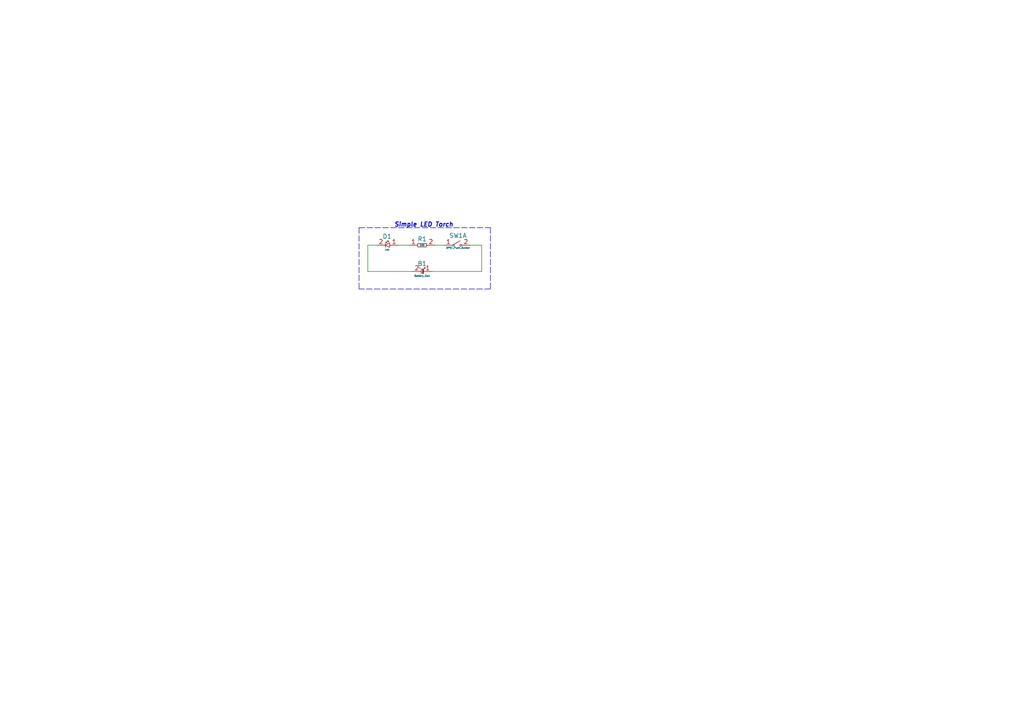
<source format=kicad_sch>
(kicad_sch (version 20211123) (generator eeschema)
  (paper "A4")
  (title_block (title "Simple LED Torch") (date "2022-01-27") (rev "V01") (company "SELF") (comment 1 "Author: Sunder"))
  (lib_symbols
    (symbol "simple_led_torch:Battery_Cell"
      (property "Reference" "B" (at -2.667 2.413 0))
      (property "Value" "Battery_Cell" (at 1.27 -1.778 0))
      (symbol "Battery_Cell_0_1"
        (rectangle (start -0.381 0.762) (end -0.127 -0.635) (fill (type outline)))
        (polyline (pts (xy -1.016 1.016) (xy -0.508 1.016)))
        (polyline (pts (xy -0.762 1.27) (xy -0.762 0.762)))
        (polyline (pts (xy 0.254 0.762) (xy 0.254 -0.635)))
        (polyline (pts (xy 0.508 1.016) (xy 1.016 1.016)))
      )
      (symbol "Battery_Cell_1_1"
        (pin passive line (at -2.921 0 0) (length 2.54) (name "") (number "1"))
        (pin passive line (at 2.794 0 180) (length 2.54) (name "") (number "2"))
      )
    )
    (symbol "simple_led_torch:DPST_Push_Button"
      (property "Reference" "SW" (at -5.969 2.286 0))
      (property "Value" "DPST_Push_Button" (at 4.953 -1.778 0))
      (symbol "DPST_Push_Button_0_1"
        (circle (center -1.016 0) (radius 0.254))
        (polyline (pts (xy -1.016 0.254) (xy 0.889 1.27)))
        (circle (center 1.016 0) (radius 0.254))
      )
      (symbol "DPST_Push_Button_1_1"
        (pin passive line (at -3.81 0 0) (length 2.54) (name "") (number "1"))
        (pin passive line (at 3.81 0 180) (length 2.54) (name "") (number "2"))
      )
      (symbol "DPST_Push_Button_2_1"
        (pin passive line (at -3.81 0 0) (length 2.54) (name "") (number "3"))
        (pin passive line (at 3.81 0 180) (length 2.54) (name "") (number "4"))
      )
    )
    (symbol "simple_led_torch:Led"
      (property "Reference" "D" (at -3.683 2.032 0))
      (property "Value" "Led" (at 1.524 -2.032 0))
      (symbol "Led_0_1"
        (polyline (pts (xy -1.27 0.635) (xy 0 0)))
        (polyline (pts (xy -0.889 1.0414) (xy -1.016 0.9144)))
        (polyline (pts (xy -0.4572 0.7112) (xy -0.5842 0.5842)))
        (polyline (pts (xy 0 0.635) (xy 0 -0.635)))
        (polyline (pts (xy -1.27 0.635) (xy -1.27 -0.635) (xy 0 0)))
        (polyline (pts (xy -0.889 1.0414) (xy -0.635 1.2954) (xy -0.889 1.2954) (xy -0.635 1.2954) (xy -0.635 1.0414)))
        (polyline (pts (xy -0.4572 0.7112) (xy -0.2032 0.9652) (xy -0.4572 0.9652) (xy -0.2032 0.9652) (xy -0.2032 0.7112)))
      )
      (symbol "Led_1_1"
        (pin passive line (at -3.81 0 0) (length 2.54) (name "") (number "1"))
        (pin passive line (at 2.54 0 180) (length 2.54) (name "") (number "2"))
      )
    )
    (symbol "simple_led_torch:Resistor"
      (property "Reference" "R" (at -0.889 1.524 0))
      (property "Value" "Resistor" (at 0.381 -1.524 0))
      (symbol "Resistor_0_1"
        (rectangle (start -1.27 0.508) (end 1.27 -0.508))
      )
      (symbol "Resistor_1_1"
        (pin passive line (at -3.81 0 0) (length 2.54) (name "") (number "1"))
        (pin passive line (at 3.81 0 180) (length 2.54) (name "") (number "2"))
      )
    )
  )
  (polyline (pts (xy 104.14 66.04) (xy 142.24 66.04)))
  (wire (pts (xy 109.22 71.12) (xy 106.68 71.12)))
  (polyline (pts (xy 104.14 66.04) (xy 104.14 83.82)))
  (polyline (pts (xy 142.24 66.04) (xy 142.24 83.82)))
  (wire (pts (xy 106.68 71.12) (xy 106.68 78.74)))
  (wire (pts (xy 115.57 71.12) (xy 118.618 71.12)))
  (polyline (pts (xy 142.24 83.82) (xy 104.14 83.82)))
  (wire (pts (xy 125.349 78.74) (xy 139.7 78.74)))
  (wire (pts (xy 136.398 71.12) (xy 139.7 71.12)))
  (wire (pts (xy 139.7 71.12) (xy 139.7 78.74)))
  (wire (pts (xy 126.238 71.12) (xy 128.778 71.12)))
  (wire (pts (xy 106.68 78.74) (xy 119.634 78.74)))
  (text "Simple LED Torch" (at 114.3 66.04 0) (effects (font (size 1.27 1.27) (thickness 0.254) bold italic) (justify left bottom)))
  (symbol (lib_id "simple_led_torch:DPST_Push_Button") (at 132.588 71.12 0) (unit 1)
    (property "Reference" "SW1" (at 132.842 68.326 0))
    (property "Value" "DPST_Push_Button" (at 132.842 71.882 0) (effects (font (size 0.5 0.5))))
    (property "Datasheet" "https://www.mouser.in/datasheet/2/670/ts02-2586188.pdf" (effects hide))
    (property "Purchase Link" "https://www.mouser.in/ProductDetail/CUI-Devices/TS02-66-110-BK-160-SCR-D?qs=A6eO%252BMLsxmQ7CWdunsyhcQ%3D%3D" (effects hide))
    (property "Vender" "Mouser" (effects hide))
    (property "Part Number" "179-TS0266110BK160SC" (effects hide))
  )
  (symbol (lib_id "simple_led_torch:Led") (at 111.76 71.12 0) (mirror y) (unit 1)
    (property "Reference" "D1" (at 112.268 68.58 0))
    (property "Value" "Led" (at 112.268 72.39 0) (effects (font (size 0.5 0.5))))
    (property "Datasheet" "https://www.mouser.in/datasheet/2/423/VAOL-10GWY4-1064823.pdf" (effects hide))
    (property "Purchase Link" "https://www.mouser.in/ProductDetail/VCC/VAOL-10GWY4?qs=io7aH2hdVh7%252BGxpTqMWGeQ%3D%3D" (effects hide))
    (property "Vendor" "Mouser" (effects hide))
    (property "Part Number" "593-VAOL-10GWY4" (effects hide))
  )
  (symbol (lib_id "simple_led_torch:Battery_Cell") (at 122.428 78.74 0) (mirror y) (unit 1)
    (property "Reference" "B1" (at 122.428 76.454 0))
    (property "Value" "Battery_Cell" (at 122.428 80.01 0) (effects (font (size 0.5 0.5))))
    (property "Datasheet" "https://www.mouser.in/datasheet/2/215/058-744179.pdf" (effects hide))
    (property "Purchase Link" "https://www.mouser.in/ProductDetail/Keystone-Electronics/1058?qs=1Og3oR3ILyCdlFdchHwycQ%3D%3D" (effects hide))
    (property "Vender" "Mouser" (effects hide))
    (property "Part Number" "534-1058" (effects hide))
  )
  (symbol (lib_id "simple_led_torch:Resistor") (at 122.428 71.12 0) (unit 1)
    (property "Reference" "R1" (at 122.428 69.342 0))
    (property "Value" "330" (at 122.428 71.12 0) (effects (font (size 0.5 0.5))))
    (property "Datasheet" "https://www.mouser.in/datasheet/2/414/TTRB_S_A0012168862_1-2565769.pdf" (effects hide))
    (property "Purchase Link" "https://www.mouser.in/ProductDetail/IRC-TT-Electronics/SPP2UL3300JLF?qs=sGAEpiMZZMvNd0dY0KymzgbrmNNZCH6WC0J3B4PlvKAC5Xa3g9RXuA%3D%3D" (effects hide))
    (property "Vendor" "Mouser" (effects hide))
    (property "Part Number" "66-SPP2UL3300JLF" (effects hide))
  )
)
</source>
